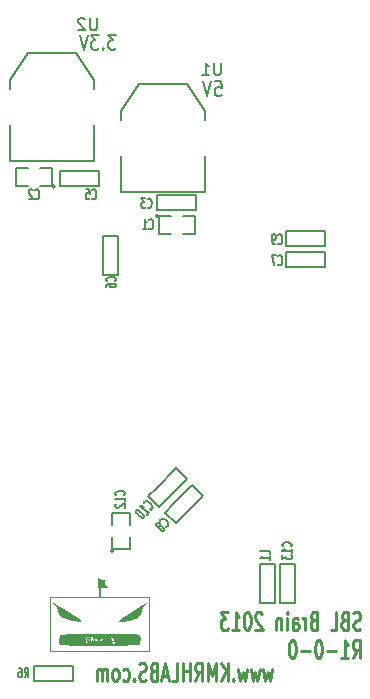
<source format=gbo>
G04 (created by PCBNEW (2013-07-07 BZR 4022)-stable) date 12/3/2013 2:23:43 AM*
%MOIN*%
G04 Gerber Fmt 3.4, Leading zero omitted, Abs format*
%FSLAX34Y34*%
G01*
G70*
G90*
G04 APERTURE LIST*
%ADD10C,0.00590551*%
%ADD11C,0.008*%
%ADD12C,0.01*%
%ADD13C,0.005*%
%ADD14C,0.0001*%
G04 APERTURE END LIST*
G54D10*
G54D11*
X18546Y-12002D02*
X18736Y-12002D01*
X18755Y-12240D01*
X18736Y-12216D01*
X18698Y-12192D01*
X18603Y-12192D01*
X18565Y-12216D01*
X18546Y-12240D01*
X18527Y-12288D01*
X18527Y-12407D01*
X18546Y-12454D01*
X18565Y-12478D01*
X18603Y-12502D01*
X18698Y-12502D01*
X18736Y-12478D01*
X18755Y-12454D01*
X18412Y-12002D02*
X18279Y-12502D01*
X18146Y-12002D01*
X15230Y-10452D02*
X14982Y-10452D01*
X15116Y-10642D01*
X15059Y-10642D01*
X15020Y-10666D01*
X15001Y-10690D01*
X14982Y-10738D01*
X14982Y-10857D01*
X15001Y-10904D01*
X15020Y-10928D01*
X15059Y-10952D01*
X15173Y-10952D01*
X15211Y-10928D01*
X15230Y-10904D01*
X14811Y-10904D02*
X14792Y-10928D01*
X14811Y-10952D01*
X14830Y-10928D01*
X14811Y-10904D01*
X14811Y-10952D01*
X14659Y-10452D02*
X14411Y-10452D01*
X14544Y-10642D01*
X14487Y-10642D01*
X14449Y-10666D01*
X14430Y-10690D01*
X14411Y-10738D01*
X14411Y-10857D01*
X14430Y-10904D01*
X14449Y-10928D01*
X14487Y-10952D01*
X14601Y-10952D01*
X14639Y-10928D01*
X14659Y-10904D01*
X14297Y-10452D02*
X14163Y-10952D01*
X14030Y-10452D01*
G54D12*
X23373Y-30264D02*
X23316Y-30292D01*
X23221Y-30292D01*
X23183Y-30264D01*
X23164Y-30235D01*
X23145Y-30178D01*
X23145Y-30121D01*
X23164Y-30064D01*
X23183Y-30035D01*
X23221Y-30007D01*
X23297Y-29978D01*
X23335Y-29950D01*
X23354Y-29921D01*
X23373Y-29864D01*
X23373Y-29807D01*
X23354Y-29750D01*
X23335Y-29721D01*
X23297Y-29692D01*
X23202Y-29692D01*
X23145Y-29721D01*
X22840Y-29978D02*
X22783Y-30007D01*
X22764Y-30035D01*
X22745Y-30092D01*
X22745Y-30178D01*
X22764Y-30235D01*
X22783Y-30264D01*
X22821Y-30292D01*
X22973Y-30292D01*
X22973Y-29692D01*
X22840Y-29692D01*
X22802Y-29721D01*
X22783Y-29750D01*
X22764Y-29807D01*
X22764Y-29864D01*
X22783Y-29921D01*
X22802Y-29950D01*
X22840Y-29978D01*
X22973Y-29978D01*
X22383Y-30292D02*
X22573Y-30292D01*
X22573Y-29692D01*
X21811Y-29978D02*
X21754Y-30007D01*
X21735Y-30035D01*
X21716Y-30092D01*
X21716Y-30178D01*
X21735Y-30235D01*
X21754Y-30264D01*
X21792Y-30292D01*
X21945Y-30292D01*
X21945Y-29692D01*
X21811Y-29692D01*
X21773Y-29721D01*
X21754Y-29750D01*
X21735Y-29807D01*
X21735Y-29864D01*
X21754Y-29921D01*
X21773Y-29950D01*
X21811Y-29978D01*
X21945Y-29978D01*
X21545Y-30292D02*
X21545Y-29892D01*
X21545Y-30007D02*
X21526Y-29950D01*
X21507Y-29921D01*
X21469Y-29892D01*
X21430Y-29892D01*
X21126Y-30292D02*
X21126Y-29978D01*
X21145Y-29921D01*
X21183Y-29892D01*
X21259Y-29892D01*
X21297Y-29921D01*
X21126Y-30264D02*
X21164Y-30292D01*
X21259Y-30292D01*
X21297Y-30264D01*
X21316Y-30207D01*
X21316Y-30150D01*
X21297Y-30092D01*
X21259Y-30064D01*
X21164Y-30064D01*
X21126Y-30035D01*
X20935Y-30292D02*
X20935Y-29892D01*
X20935Y-29692D02*
X20954Y-29721D01*
X20935Y-29750D01*
X20916Y-29721D01*
X20935Y-29692D01*
X20935Y-29750D01*
X20745Y-29892D02*
X20745Y-30292D01*
X20745Y-29950D02*
X20726Y-29921D01*
X20688Y-29892D01*
X20630Y-29892D01*
X20592Y-29921D01*
X20573Y-29978D01*
X20573Y-30292D01*
X20097Y-29750D02*
X20078Y-29721D01*
X20040Y-29692D01*
X19945Y-29692D01*
X19907Y-29721D01*
X19888Y-29750D01*
X19869Y-29807D01*
X19869Y-29864D01*
X19888Y-29950D01*
X20116Y-30292D01*
X19869Y-30292D01*
X19621Y-29692D02*
X19583Y-29692D01*
X19545Y-29721D01*
X19526Y-29750D01*
X19507Y-29807D01*
X19488Y-29921D01*
X19488Y-30064D01*
X19507Y-30178D01*
X19526Y-30235D01*
X19545Y-30264D01*
X19583Y-30292D01*
X19621Y-30292D01*
X19659Y-30264D01*
X19678Y-30235D01*
X19697Y-30178D01*
X19716Y-30064D01*
X19716Y-29921D01*
X19697Y-29807D01*
X19678Y-29750D01*
X19659Y-29721D01*
X19621Y-29692D01*
X19107Y-30292D02*
X19335Y-30292D01*
X19221Y-30292D02*
X19221Y-29692D01*
X19259Y-29778D01*
X19297Y-29835D01*
X19335Y-29864D01*
X18973Y-29692D02*
X18726Y-29692D01*
X18859Y-29921D01*
X18802Y-29921D01*
X18764Y-29950D01*
X18745Y-29978D01*
X18726Y-30035D01*
X18726Y-30178D01*
X18745Y-30235D01*
X18764Y-30264D01*
X18802Y-30292D01*
X18916Y-30292D01*
X18954Y-30264D01*
X18973Y-30235D01*
X23126Y-31232D02*
X23259Y-30947D01*
X23354Y-31232D02*
X23354Y-30632D01*
X23202Y-30632D01*
X23164Y-30661D01*
X23145Y-30690D01*
X23126Y-30747D01*
X23126Y-30832D01*
X23145Y-30890D01*
X23164Y-30918D01*
X23202Y-30947D01*
X23354Y-30947D01*
X22745Y-31232D02*
X22973Y-31232D01*
X22859Y-31232D02*
X22859Y-30632D01*
X22897Y-30718D01*
X22935Y-30775D01*
X22973Y-30804D01*
X22573Y-31004D02*
X22269Y-31004D01*
X22002Y-30632D02*
X21964Y-30632D01*
X21926Y-30661D01*
X21907Y-30690D01*
X21888Y-30747D01*
X21869Y-30861D01*
X21869Y-31004D01*
X21888Y-31118D01*
X21907Y-31175D01*
X21926Y-31204D01*
X21964Y-31232D01*
X22002Y-31232D01*
X22040Y-31204D01*
X22059Y-31175D01*
X22078Y-31118D01*
X22097Y-31004D01*
X22097Y-30861D01*
X22078Y-30747D01*
X22059Y-30690D01*
X22040Y-30661D01*
X22002Y-30632D01*
X21697Y-31004D02*
X21392Y-31004D01*
X21126Y-30632D02*
X21088Y-30632D01*
X21050Y-30661D01*
X21030Y-30690D01*
X21011Y-30747D01*
X20992Y-30861D01*
X20992Y-31004D01*
X21011Y-31118D01*
X21030Y-31175D01*
X21050Y-31204D01*
X21088Y-31232D01*
X21126Y-31232D01*
X21164Y-31204D01*
X21183Y-31175D01*
X21202Y-31118D01*
X21221Y-31004D01*
X21221Y-30861D01*
X21202Y-30747D01*
X21183Y-30690D01*
X21164Y-30661D01*
X21126Y-30632D01*
X20442Y-31592D02*
X20366Y-31992D01*
X20290Y-31707D01*
X20214Y-31992D01*
X20138Y-31592D01*
X20023Y-31592D02*
X19947Y-31992D01*
X19871Y-31707D01*
X19795Y-31992D01*
X19719Y-31592D01*
X19604Y-31592D02*
X19528Y-31992D01*
X19452Y-31707D01*
X19376Y-31992D01*
X19300Y-31592D01*
X19147Y-31935D02*
X19128Y-31964D01*
X19147Y-31992D01*
X19166Y-31964D01*
X19147Y-31935D01*
X19147Y-31992D01*
X18957Y-31992D02*
X18957Y-31392D01*
X18728Y-31992D02*
X18899Y-31650D01*
X18728Y-31392D02*
X18957Y-31735D01*
X18557Y-31992D02*
X18557Y-31392D01*
X18423Y-31821D01*
X18290Y-31392D01*
X18290Y-31992D01*
X17871Y-31992D02*
X18004Y-31707D01*
X18099Y-31992D02*
X18099Y-31392D01*
X17947Y-31392D01*
X17909Y-31421D01*
X17890Y-31450D01*
X17871Y-31507D01*
X17871Y-31592D01*
X17890Y-31650D01*
X17909Y-31678D01*
X17947Y-31707D01*
X18099Y-31707D01*
X17699Y-31992D02*
X17699Y-31392D01*
X17699Y-31678D02*
X17471Y-31678D01*
X17471Y-31992D02*
X17471Y-31392D01*
X17090Y-31992D02*
X17280Y-31992D01*
X17280Y-31392D01*
X16976Y-31821D02*
X16785Y-31821D01*
X17014Y-31992D02*
X16880Y-31392D01*
X16747Y-31992D01*
X16480Y-31678D02*
X16423Y-31707D01*
X16404Y-31735D01*
X16385Y-31792D01*
X16385Y-31878D01*
X16404Y-31935D01*
X16423Y-31964D01*
X16461Y-31992D01*
X16614Y-31992D01*
X16614Y-31392D01*
X16480Y-31392D01*
X16442Y-31421D01*
X16423Y-31450D01*
X16404Y-31507D01*
X16404Y-31564D01*
X16423Y-31621D01*
X16442Y-31650D01*
X16480Y-31678D01*
X16614Y-31678D01*
X16233Y-31964D02*
X16176Y-31992D01*
X16080Y-31992D01*
X16042Y-31964D01*
X16023Y-31935D01*
X16004Y-31878D01*
X16004Y-31821D01*
X16023Y-31764D01*
X16042Y-31735D01*
X16080Y-31707D01*
X16157Y-31678D01*
X16195Y-31650D01*
X16214Y-31621D01*
X16233Y-31564D01*
X16233Y-31507D01*
X16214Y-31450D01*
X16195Y-31421D01*
X16157Y-31392D01*
X16061Y-31392D01*
X16004Y-31421D01*
X15833Y-31935D02*
X15814Y-31964D01*
X15833Y-31992D01*
X15852Y-31964D01*
X15833Y-31935D01*
X15833Y-31992D01*
X15471Y-31964D02*
X15509Y-31992D01*
X15585Y-31992D01*
X15623Y-31964D01*
X15642Y-31935D01*
X15661Y-31878D01*
X15661Y-31707D01*
X15642Y-31650D01*
X15623Y-31621D01*
X15585Y-31592D01*
X15509Y-31592D01*
X15471Y-31621D01*
X15242Y-31992D02*
X15280Y-31964D01*
X15299Y-31935D01*
X15319Y-31878D01*
X15319Y-31707D01*
X15299Y-31650D01*
X15280Y-31621D01*
X15242Y-31592D01*
X15185Y-31592D01*
X15147Y-31621D01*
X15128Y-31650D01*
X15109Y-31707D01*
X15109Y-31878D01*
X15128Y-31935D01*
X15147Y-31964D01*
X15185Y-31992D01*
X15242Y-31992D01*
X14938Y-31992D02*
X14938Y-31592D01*
X14938Y-31650D02*
X14919Y-31621D01*
X14880Y-31592D01*
X14823Y-31592D01*
X14785Y-31621D01*
X14766Y-31678D01*
X14766Y-31992D01*
X14766Y-31678D02*
X14747Y-31621D01*
X14709Y-31592D01*
X14652Y-31592D01*
X14614Y-31621D01*
X14595Y-31678D01*
X14595Y-31992D01*
G54D11*
X14500Y-13450D02*
X14500Y-14650D01*
X14500Y-14650D02*
X11700Y-14650D01*
X11700Y-14650D02*
X11700Y-13450D01*
X14500Y-12250D02*
X14500Y-11950D01*
X14500Y-11950D02*
X13900Y-11050D01*
X13900Y-11050D02*
X12300Y-11050D01*
X12300Y-11050D02*
X11700Y-11950D01*
X11700Y-11950D02*
X11700Y-12250D01*
X18200Y-14500D02*
X18200Y-15700D01*
X18200Y-15700D02*
X15400Y-15700D01*
X15400Y-15700D02*
X15400Y-14500D01*
X18200Y-13300D02*
X18200Y-13000D01*
X18200Y-13000D02*
X17600Y-12100D01*
X17600Y-12100D02*
X16000Y-12100D01*
X16000Y-12100D02*
X15400Y-13000D01*
X15400Y-13000D02*
X15400Y-13300D01*
G54D13*
X15150Y-27650D02*
G75*
G03X15150Y-27650I-50J0D01*
G74*
G01*
X15100Y-27200D02*
X15100Y-27600D01*
X15100Y-27600D02*
X15700Y-27600D01*
X15700Y-27600D02*
X15700Y-27200D01*
X15700Y-26800D02*
X15700Y-26400D01*
X15700Y-26400D02*
X15100Y-26400D01*
X15100Y-26400D02*
X15100Y-26800D01*
X13200Y-15500D02*
G75*
G03X13200Y-15500I-50J0D01*
G74*
G01*
X12700Y-15500D02*
X13100Y-15500D01*
X13100Y-15500D02*
X13100Y-14900D01*
X13100Y-14900D02*
X12700Y-14900D01*
X12300Y-14900D02*
X11900Y-14900D01*
X11900Y-14900D02*
X11900Y-15500D01*
X11900Y-15500D02*
X12300Y-15500D01*
X16650Y-16500D02*
G75*
G03X16650Y-16500I-50J0D01*
G74*
G01*
X17050Y-16500D02*
X16650Y-16500D01*
X16650Y-16500D02*
X16650Y-17100D01*
X16650Y-17100D02*
X17050Y-17100D01*
X17450Y-17100D02*
X17850Y-17100D01*
X17850Y-17100D02*
X17850Y-16500D01*
X17850Y-16500D02*
X17450Y-16500D01*
X13400Y-32000D02*
X13800Y-32000D01*
X13800Y-32000D02*
X13800Y-31500D01*
X13800Y-31500D02*
X12500Y-31500D01*
X12500Y-31500D02*
X12500Y-32000D01*
X12500Y-32000D02*
X13400Y-32000D01*
X13800Y-32000D02*
X13800Y-31500D01*
X12500Y-31500D02*
X12500Y-32000D01*
X20030Y-29000D02*
X20030Y-29400D01*
X20030Y-29400D02*
X20530Y-29400D01*
X20530Y-29400D02*
X20530Y-28100D01*
X20530Y-28100D02*
X20030Y-28100D01*
X20030Y-28100D02*
X20030Y-29000D01*
X20030Y-29400D02*
X20530Y-29400D01*
X20530Y-28100D02*
X20030Y-28100D01*
X17500Y-16300D02*
X17900Y-16300D01*
X17900Y-16300D02*
X17900Y-15800D01*
X17900Y-15800D02*
X16600Y-15800D01*
X16600Y-15800D02*
X16600Y-16300D01*
X16600Y-16300D02*
X17500Y-16300D01*
X17900Y-16300D02*
X17900Y-15800D01*
X16600Y-15800D02*
X16600Y-16300D01*
X14250Y-15500D02*
X14650Y-15500D01*
X14650Y-15500D02*
X14650Y-15000D01*
X14650Y-15000D02*
X13350Y-15000D01*
X13350Y-15000D02*
X13350Y-15500D01*
X13350Y-15500D02*
X14250Y-15500D01*
X14650Y-15500D02*
X14650Y-15000D01*
X13350Y-15000D02*
X13350Y-15500D01*
X14800Y-18050D02*
X14800Y-18450D01*
X14800Y-18450D02*
X15300Y-18450D01*
X15300Y-18450D02*
X15300Y-17150D01*
X15300Y-17150D02*
X14800Y-17150D01*
X14800Y-17150D02*
X14800Y-18050D01*
X14800Y-18450D02*
X15300Y-18450D01*
X15300Y-17150D02*
X14800Y-17150D01*
X21800Y-18200D02*
X22200Y-18200D01*
X22200Y-18200D02*
X22200Y-17700D01*
X22200Y-17700D02*
X20900Y-17700D01*
X20900Y-17700D02*
X20900Y-18200D01*
X20900Y-18200D02*
X21800Y-18200D01*
X22200Y-18200D02*
X22200Y-17700D01*
X20900Y-17700D02*
X20900Y-18200D01*
X17146Y-26100D02*
X16863Y-26382D01*
X16863Y-26382D02*
X17217Y-26736D01*
X17217Y-26736D02*
X18136Y-25817D01*
X18136Y-25817D02*
X17782Y-25463D01*
X17782Y-25463D02*
X17146Y-26100D01*
X16863Y-26382D02*
X17217Y-26736D01*
X18136Y-25817D02*
X17782Y-25463D01*
X21800Y-17500D02*
X22200Y-17500D01*
X22200Y-17500D02*
X22200Y-17000D01*
X22200Y-17000D02*
X20900Y-17000D01*
X20900Y-17000D02*
X20900Y-17500D01*
X20900Y-17500D02*
X21800Y-17500D01*
X22200Y-17500D02*
X22200Y-17000D01*
X20900Y-17000D02*
X20900Y-17500D01*
X16596Y-25550D02*
X16313Y-25832D01*
X16313Y-25832D02*
X16667Y-26186D01*
X16667Y-26186D02*
X17586Y-25267D01*
X17586Y-25267D02*
X17232Y-24913D01*
X17232Y-24913D02*
X16596Y-25550D01*
X16313Y-25832D02*
X16667Y-26186D01*
X17586Y-25267D02*
X17232Y-24913D01*
X20710Y-29000D02*
X20710Y-29400D01*
X20710Y-29400D02*
X21210Y-29400D01*
X21210Y-29400D02*
X21210Y-28100D01*
X21210Y-28100D02*
X20710Y-28100D01*
X20710Y-28100D02*
X20710Y-29000D01*
X20710Y-29400D02*
X21210Y-29400D01*
X21210Y-28100D02*
X20710Y-28100D01*
G54D14*
G36*
X16366Y-31023D02*
X16366Y-29190D01*
X14733Y-29190D01*
X14733Y-28862D01*
X14839Y-28892D01*
X14910Y-28909D01*
X14959Y-28891D01*
X14897Y-28802D01*
X14855Y-28750D01*
X14858Y-28700D01*
X14881Y-28689D01*
X14894Y-28645D01*
X14820Y-28637D01*
X14805Y-28640D01*
X14700Y-28607D01*
X14675Y-28580D01*
X14617Y-28566D01*
X14616Y-28665D01*
X14637Y-28797D01*
X14656Y-28982D01*
X14673Y-29190D01*
X13034Y-29190D01*
X13034Y-31023D01*
X13067Y-31023D01*
X13067Y-30990D01*
X13067Y-29224D01*
X16333Y-29224D01*
X16333Y-30990D01*
X13067Y-30990D01*
X13067Y-31023D01*
X16366Y-31023D01*
X16366Y-31023D01*
G37*
G36*
X14804Y-30826D02*
X14962Y-30825D01*
X14962Y-30752D01*
X14914Y-30712D01*
X14908Y-30686D01*
X14909Y-30567D01*
X14911Y-30554D01*
X14922Y-30514D01*
X14928Y-30598D01*
X14942Y-30690D01*
X14978Y-30714D01*
X15009Y-30614D01*
X15022Y-30506D01*
X15019Y-30620D01*
X15008Y-30693D01*
X14962Y-30752D01*
X14962Y-30825D01*
X15153Y-30823D01*
X15153Y-30750D01*
X15083Y-30723D01*
X15080Y-30717D01*
X15114Y-30710D01*
X15123Y-30713D01*
X15164Y-30700D01*
X15110Y-30616D01*
X15082Y-30579D01*
X15094Y-30515D01*
X15110Y-30501D01*
X15175Y-30518D01*
X15195Y-30542D01*
X15158Y-30538D01*
X15149Y-30535D01*
X15102Y-30545D01*
X15153Y-30626D01*
X15168Y-30647D01*
X15184Y-30721D01*
X15153Y-30750D01*
X15153Y-30823D01*
X15164Y-30823D01*
X15491Y-30818D01*
X15761Y-30809D01*
X15947Y-30798D01*
X16026Y-30783D01*
X16046Y-30746D01*
X16066Y-30623D01*
X16061Y-30557D01*
X16026Y-30463D01*
X15996Y-30454D01*
X15853Y-30441D01*
X15616Y-30431D01*
X15311Y-30424D01*
X14962Y-30421D01*
X14596Y-30420D01*
X14236Y-30422D01*
X13909Y-30428D01*
X13639Y-30436D01*
X13453Y-30448D01*
X13374Y-30463D01*
X13354Y-30500D01*
X13334Y-30623D01*
X13339Y-30689D01*
X13374Y-30783D01*
X13404Y-30792D01*
X13547Y-30805D01*
X13784Y-30815D01*
X14089Y-30821D01*
X14296Y-30824D01*
X14296Y-30752D01*
X14248Y-30711D01*
X14237Y-30671D01*
X14248Y-30560D01*
X14301Y-30506D01*
X14327Y-30517D01*
X14351Y-30620D01*
X14340Y-30694D01*
X14296Y-30752D01*
X14296Y-30824D01*
X14438Y-30825D01*
X14442Y-30825D01*
X14442Y-30748D01*
X14416Y-30737D01*
X14401Y-30623D01*
X14406Y-30536D01*
X14442Y-30498D01*
X14463Y-30519D01*
X14484Y-30623D01*
X14478Y-30679D01*
X14442Y-30748D01*
X14442Y-30825D01*
X14608Y-30825D01*
X14608Y-30756D01*
X14585Y-30749D01*
X14542Y-30672D01*
X14539Y-30566D01*
X14584Y-30506D01*
X14592Y-30514D01*
X14591Y-30515D01*
X14568Y-30578D01*
X14609Y-30623D01*
X14621Y-30624D01*
X14601Y-30657D01*
X14571Y-30680D01*
X14601Y-30722D01*
X14618Y-30735D01*
X14608Y-30756D01*
X14608Y-30825D01*
X14703Y-30826D01*
X14703Y-30754D01*
X14733Y-30727D01*
X14762Y-30698D01*
X14721Y-30647D01*
X14709Y-30637D01*
X14676Y-30537D01*
X14689Y-30498D01*
X14697Y-30548D01*
X14699Y-30570D01*
X14731Y-30623D01*
X14741Y-30619D01*
X14777Y-30548D01*
X14786Y-30530D01*
X14788Y-30604D01*
X14781Y-30668D01*
X14733Y-30748D01*
X14703Y-30754D01*
X14703Y-30826D01*
X14804Y-30826D01*
X14804Y-30826D01*
G37*
G36*
X14038Y-30032D02*
X14100Y-30026D01*
X14082Y-29992D01*
X14019Y-29943D01*
X13877Y-29846D01*
X13692Y-29725D01*
X13494Y-29599D01*
X13314Y-29487D01*
X13184Y-29411D01*
X13134Y-29389D01*
X13138Y-29402D01*
X13202Y-29468D01*
X13253Y-29532D01*
X13310Y-29675D01*
X13332Y-29747D01*
X13411Y-29868D01*
X13556Y-29945D01*
X13800Y-29999D01*
X13875Y-30011D01*
X14038Y-30032D01*
X14038Y-30032D01*
G37*
G36*
X15338Y-30043D02*
X15351Y-30039D01*
X15466Y-30017D01*
X15643Y-29987D01*
X15680Y-29981D01*
X15907Y-29922D01*
X16033Y-29829D01*
X16088Y-29683D01*
X16104Y-29617D01*
X16188Y-29480D01*
X16223Y-29446D01*
X16266Y-29385D01*
X16264Y-29384D01*
X16196Y-29417D01*
X16054Y-29503D01*
X15870Y-29621D01*
X15673Y-29752D01*
X15493Y-29875D01*
X15361Y-29971D01*
X15306Y-30020D01*
X15305Y-30022D01*
X15338Y-30043D01*
X15338Y-30043D01*
G37*
G36*
X14301Y-30723D02*
X14316Y-30712D01*
X14334Y-30623D01*
X14330Y-30577D01*
X14301Y-30523D01*
X14285Y-30534D01*
X14267Y-30623D01*
X14271Y-30668D01*
X14301Y-30723D01*
X14301Y-30723D01*
G37*
G36*
X14457Y-30696D02*
X14454Y-30632D01*
X14449Y-30629D01*
X14436Y-30676D01*
X14438Y-30695D01*
X14457Y-30696D01*
X14457Y-30696D01*
G37*
G36*
X14456Y-30578D02*
X14456Y-30534D01*
X14456Y-30534D01*
X14434Y-30556D01*
X14434Y-30556D01*
X14456Y-30578D01*
X14456Y-30578D01*
G37*
G54D11*
X14594Y-9901D02*
X14594Y-10225D01*
X14575Y-10263D01*
X14556Y-10282D01*
X14518Y-10301D01*
X14442Y-10301D01*
X14404Y-10282D01*
X14385Y-10263D01*
X14366Y-10225D01*
X14366Y-9901D01*
X14194Y-9940D02*
X14175Y-9920D01*
X14137Y-9901D01*
X14042Y-9901D01*
X14004Y-9920D01*
X13985Y-9940D01*
X13966Y-9978D01*
X13966Y-10016D01*
X13985Y-10073D01*
X14213Y-10301D01*
X13966Y-10301D01*
X18734Y-11391D02*
X18734Y-11715D01*
X18715Y-11753D01*
X18696Y-11772D01*
X18658Y-11791D01*
X18582Y-11791D01*
X18544Y-11772D01*
X18525Y-11753D01*
X18506Y-11715D01*
X18506Y-11391D01*
X18106Y-11791D02*
X18334Y-11791D01*
X18220Y-11791D02*
X18220Y-11391D01*
X18258Y-11449D01*
X18296Y-11487D01*
X18334Y-11506D01*
G54D13*
X15499Y-25797D02*
X15514Y-25787D01*
X15529Y-25755D01*
X15529Y-25734D01*
X15514Y-25703D01*
X15483Y-25682D01*
X15453Y-25671D01*
X15392Y-25661D01*
X15346Y-25661D01*
X15285Y-25671D01*
X15255Y-25682D01*
X15224Y-25703D01*
X15209Y-25734D01*
X15209Y-25755D01*
X15224Y-25787D01*
X15240Y-25797D01*
X15529Y-26007D02*
X15529Y-25881D01*
X15529Y-25944D02*
X15209Y-25944D01*
X15255Y-25923D01*
X15285Y-25902D01*
X15300Y-25881D01*
X15240Y-26090D02*
X15224Y-26101D01*
X15209Y-26122D01*
X15209Y-26174D01*
X15224Y-26195D01*
X15240Y-26206D01*
X15270Y-26216D01*
X15300Y-26216D01*
X15346Y-26206D01*
X15529Y-26080D01*
X15529Y-26216D01*
X12536Y-15899D02*
X12547Y-15914D01*
X12578Y-15929D01*
X12599Y-15929D01*
X12630Y-15914D01*
X12651Y-15883D01*
X12662Y-15853D01*
X12672Y-15792D01*
X12672Y-15746D01*
X12662Y-15685D01*
X12651Y-15655D01*
X12630Y-15624D01*
X12599Y-15609D01*
X12578Y-15609D01*
X12547Y-15624D01*
X12536Y-15640D01*
X12452Y-15640D02*
X12442Y-15624D01*
X12421Y-15609D01*
X12369Y-15609D01*
X12348Y-15624D01*
X12337Y-15640D01*
X12327Y-15670D01*
X12327Y-15700D01*
X12337Y-15746D01*
X12463Y-15929D01*
X12327Y-15929D01*
X16336Y-16899D02*
X16347Y-16914D01*
X16378Y-16929D01*
X16399Y-16929D01*
X16430Y-16914D01*
X16451Y-16883D01*
X16462Y-16853D01*
X16472Y-16792D01*
X16472Y-16746D01*
X16462Y-16685D01*
X16451Y-16655D01*
X16430Y-16624D01*
X16399Y-16609D01*
X16378Y-16609D01*
X16347Y-16624D01*
X16336Y-16640D01*
X16127Y-16929D02*
X16252Y-16929D01*
X16190Y-16929D02*
X16190Y-16609D01*
X16210Y-16655D01*
X16231Y-16685D01*
X16252Y-16700D01*
X12186Y-31879D02*
X12260Y-31727D01*
X12312Y-31879D02*
X12312Y-31559D01*
X12228Y-31559D01*
X12207Y-31574D01*
X12197Y-31590D01*
X12186Y-31620D01*
X12186Y-31666D01*
X12197Y-31696D01*
X12207Y-31711D01*
X12228Y-31727D01*
X12312Y-31727D01*
X11998Y-31559D02*
X12040Y-31559D01*
X12060Y-31574D01*
X12071Y-31590D01*
X12092Y-31635D01*
X12102Y-31696D01*
X12102Y-31818D01*
X12092Y-31849D01*
X12081Y-31864D01*
X12060Y-31879D01*
X12019Y-31879D01*
X11998Y-31864D01*
X11987Y-31849D01*
X11977Y-31818D01*
X11977Y-31742D01*
X11987Y-31711D01*
X11998Y-31696D01*
X12019Y-31681D01*
X12060Y-31681D01*
X12081Y-31696D01*
X12092Y-31711D01*
X12102Y-31742D01*
X20359Y-27763D02*
X20359Y-27658D01*
X20039Y-27658D01*
X20359Y-27951D02*
X20359Y-27826D01*
X20359Y-27889D02*
X20039Y-27889D01*
X20085Y-27868D01*
X20115Y-27847D01*
X20130Y-27826D01*
X16286Y-16199D02*
X16297Y-16214D01*
X16328Y-16229D01*
X16349Y-16229D01*
X16380Y-16214D01*
X16401Y-16183D01*
X16412Y-16153D01*
X16422Y-16092D01*
X16422Y-16046D01*
X16412Y-15985D01*
X16401Y-15955D01*
X16380Y-15924D01*
X16349Y-15909D01*
X16328Y-15909D01*
X16297Y-15924D01*
X16286Y-15940D01*
X16213Y-15909D02*
X16077Y-15909D01*
X16150Y-16031D01*
X16119Y-16031D01*
X16098Y-16046D01*
X16087Y-16061D01*
X16077Y-16092D01*
X16077Y-16168D01*
X16087Y-16199D01*
X16098Y-16214D01*
X16119Y-16229D01*
X16181Y-16229D01*
X16202Y-16214D01*
X16213Y-16199D01*
X14436Y-15899D02*
X14447Y-15914D01*
X14478Y-15929D01*
X14499Y-15929D01*
X14530Y-15914D01*
X14551Y-15883D01*
X14562Y-15853D01*
X14572Y-15792D01*
X14572Y-15746D01*
X14562Y-15685D01*
X14551Y-15655D01*
X14530Y-15624D01*
X14499Y-15609D01*
X14478Y-15609D01*
X14447Y-15624D01*
X14436Y-15640D01*
X14237Y-15609D02*
X14342Y-15609D01*
X14352Y-15761D01*
X14342Y-15746D01*
X14321Y-15731D01*
X14269Y-15731D01*
X14248Y-15746D01*
X14237Y-15761D01*
X14227Y-15792D01*
X14227Y-15868D01*
X14237Y-15899D01*
X14248Y-15914D01*
X14269Y-15929D01*
X14321Y-15929D01*
X14342Y-15914D01*
X14352Y-15899D01*
X15199Y-18663D02*
X15214Y-18652D01*
X15229Y-18621D01*
X15229Y-18600D01*
X15214Y-18569D01*
X15183Y-18548D01*
X15153Y-18537D01*
X15092Y-18527D01*
X15046Y-18527D01*
X14985Y-18537D01*
X14955Y-18548D01*
X14924Y-18569D01*
X14909Y-18600D01*
X14909Y-18621D01*
X14924Y-18652D01*
X14940Y-18663D01*
X14909Y-18851D02*
X14909Y-18810D01*
X14924Y-18789D01*
X14940Y-18778D01*
X14985Y-18757D01*
X15046Y-18747D01*
X15168Y-18747D01*
X15199Y-18757D01*
X15214Y-18768D01*
X15229Y-18789D01*
X15229Y-18830D01*
X15214Y-18851D01*
X15199Y-18862D01*
X15168Y-18872D01*
X15092Y-18872D01*
X15061Y-18862D01*
X15046Y-18851D01*
X15031Y-18830D01*
X15031Y-18789D01*
X15046Y-18768D01*
X15061Y-18757D01*
X15092Y-18747D01*
X20636Y-18099D02*
X20647Y-18114D01*
X20678Y-18129D01*
X20699Y-18129D01*
X20730Y-18114D01*
X20751Y-18083D01*
X20762Y-18053D01*
X20772Y-17992D01*
X20772Y-17946D01*
X20762Y-17885D01*
X20751Y-17855D01*
X20730Y-17824D01*
X20699Y-17809D01*
X20678Y-17809D01*
X20647Y-17824D01*
X20636Y-17840D01*
X20563Y-17809D02*
X20416Y-17809D01*
X20510Y-18129D01*
X16895Y-26844D02*
X16914Y-26847D01*
X16947Y-26836D01*
X16961Y-26821D01*
X16973Y-26788D01*
X16966Y-26751D01*
X16952Y-26722D01*
X16916Y-26672D01*
X16884Y-26640D01*
X16833Y-26604D01*
X16805Y-26590D01*
X16768Y-26583D01*
X16735Y-26594D01*
X16720Y-26609D01*
X16709Y-26642D01*
X16712Y-26660D01*
X16699Y-26825D02*
X16703Y-26799D01*
X16699Y-26781D01*
X16685Y-26752D01*
X16675Y-26741D01*
X16646Y-26727D01*
X16627Y-26724D01*
X16602Y-26728D01*
X16572Y-26757D01*
X16568Y-26783D01*
X16572Y-26801D01*
X16586Y-26830D01*
X16596Y-26841D01*
X16625Y-26855D01*
X16644Y-26858D01*
X16669Y-26854D01*
X16699Y-26825D01*
X16724Y-26821D01*
X16743Y-26824D01*
X16772Y-26838D01*
X16815Y-26881D01*
X16829Y-26910D01*
X16832Y-26928D01*
X16828Y-26954D01*
X16798Y-26984D01*
X16773Y-26988D01*
X16755Y-26984D01*
X16726Y-26970D01*
X16683Y-26927D01*
X16668Y-26898D01*
X16665Y-26880D01*
X16669Y-26854D01*
X20636Y-17399D02*
X20647Y-17414D01*
X20678Y-17429D01*
X20699Y-17429D01*
X20730Y-17414D01*
X20751Y-17383D01*
X20762Y-17353D01*
X20772Y-17292D01*
X20772Y-17246D01*
X20762Y-17185D01*
X20751Y-17155D01*
X20730Y-17124D01*
X20699Y-17109D01*
X20678Y-17109D01*
X20647Y-17124D01*
X20636Y-17140D01*
X20531Y-17429D02*
X20490Y-17429D01*
X20469Y-17414D01*
X20458Y-17399D01*
X20437Y-17353D01*
X20427Y-17292D01*
X20427Y-17170D01*
X20437Y-17140D01*
X20448Y-17124D01*
X20469Y-17109D01*
X20510Y-17109D01*
X20531Y-17124D01*
X20542Y-17140D01*
X20552Y-17170D01*
X20552Y-17246D01*
X20542Y-17277D01*
X20531Y-17292D01*
X20510Y-17307D01*
X20469Y-17307D01*
X20448Y-17292D01*
X20437Y-17277D01*
X20427Y-17246D01*
X16376Y-26276D02*
X16395Y-26281D01*
X16429Y-26270D01*
X16444Y-26255D01*
X16454Y-26221D01*
X16446Y-26183D01*
X16429Y-26152D01*
X16390Y-26098D01*
X16354Y-26062D01*
X16300Y-26022D01*
X16269Y-26006D01*
X16230Y-25998D01*
X16196Y-26008D01*
X16182Y-26023D01*
X16171Y-26057D01*
X16176Y-26076D01*
X16251Y-26448D02*
X16340Y-26359D01*
X16296Y-26404D02*
X16048Y-26156D01*
X16098Y-26177D01*
X16137Y-26185D01*
X16163Y-26182D01*
X15907Y-26297D02*
X15893Y-26312D01*
X15890Y-26338D01*
X15894Y-26357D01*
X15910Y-26388D01*
X15950Y-26443D01*
X16009Y-26502D01*
X16063Y-26542D01*
X16094Y-26558D01*
X16114Y-26562D01*
X16140Y-26559D01*
X16155Y-26544D01*
X16158Y-26518D01*
X16154Y-26499D01*
X16137Y-26468D01*
X16098Y-26413D01*
X16039Y-26354D01*
X15984Y-26314D01*
X15953Y-26298D01*
X15934Y-26294D01*
X15907Y-26297D01*
X21059Y-27508D02*
X21074Y-27498D01*
X21089Y-27466D01*
X21089Y-27445D01*
X21074Y-27414D01*
X21043Y-27393D01*
X21013Y-27382D01*
X20952Y-27372D01*
X20906Y-27372D01*
X20845Y-27382D01*
X20815Y-27393D01*
X20784Y-27414D01*
X20769Y-27445D01*
X20769Y-27466D01*
X20784Y-27498D01*
X20800Y-27508D01*
X21089Y-27718D02*
X21089Y-27592D01*
X21089Y-27655D02*
X20769Y-27655D01*
X20815Y-27634D01*
X20845Y-27613D01*
X20860Y-27592D01*
X20769Y-27791D02*
X20769Y-27927D01*
X20891Y-27854D01*
X20891Y-27885D01*
X20906Y-27906D01*
X20921Y-27917D01*
X20952Y-27927D01*
X21028Y-27927D01*
X21059Y-27917D01*
X21074Y-27906D01*
X21089Y-27885D01*
X21089Y-27822D01*
X21074Y-27801D01*
X21059Y-27791D01*
M02*

</source>
